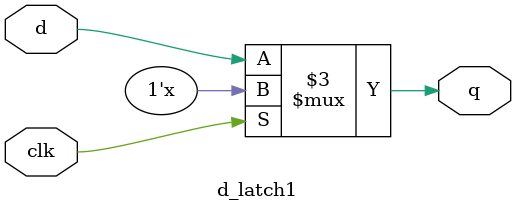
<source format=v>
module d_latch1
(
	input clk,
	input d,
	output reg q
);
	always @(d or clk)
	if (!clk)
		q <= d;
endmodule

</source>
